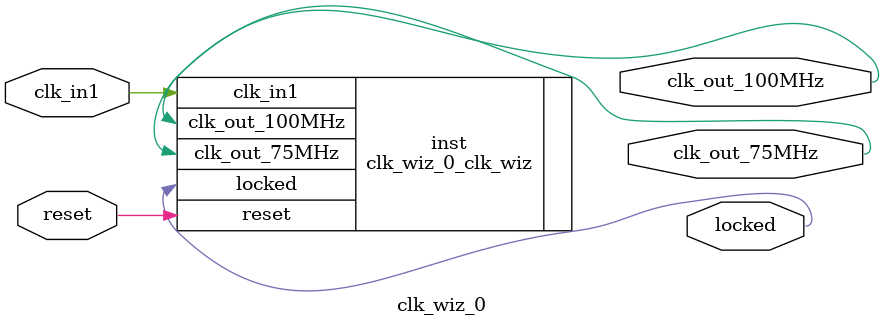
<source format=v>


`timescale 1ps/1ps

(* CORE_GENERATION_INFO = "clk_wiz_0,clk_wiz_v6_0_2_0_0,{component_name=clk_wiz_0,use_phase_alignment=true,use_min_o_jitter=false,use_max_i_jitter=false,use_dyn_phase_shift=false,use_inclk_switchover=false,use_dyn_reconfig=false,enable_axi=0,feedback_source=FDBK_AUTO,PRIMITIVE=PLL,num_out_clk=2,clkin1_period=20.000,clkin2_period=10.000,use_power_down=false,use_reset=true,use_locked=true,use_inclk_stopped=false,feedback_type=SINGLE,CLOCK_MGR_TYPE=NA,manual_override=false}" *)

module clk_wiz_0 
 (
  // Clock out ports
  output        clk_out_75MHz,
  output        clk_out_100MHz,
  // Status and control signals
  input         reset,
  output        locked,
 // Clock in ports
  input         clk_in1
 );

  clk_wiz_0_clk_wiz inst
  (
  // Clock out ports  
  .clk_out_75MHz(clk_out_75MHz),
  .clk_out_100MHz(clk_out_100MHz),
  // Status and control signals               
  .reset(reset), 
  .locked(locked),
 // Clock in ports
  .clk_in1(clk_in1)
  );

endmodule

</source>
